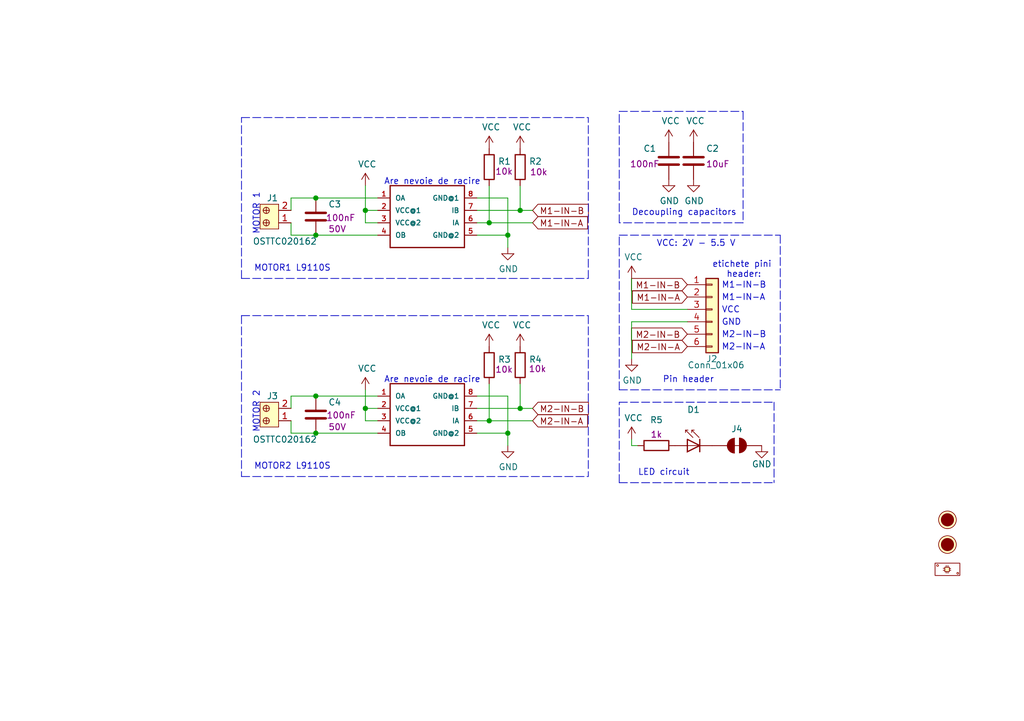
<source format=kicad_sch>
(kicad_sch (version 20211123) (generator eeschema)
  (paper "A5")
  (lib_symbols
    (symbol "GS_Local:C" (pin_numbers hide) (pin_names (offset 0.254))
      (property "Reference" "C" (at 0.635 2.54 0))
      (property "Value" "C" (at 0.635 -2.54 0))
      (symbol "C_0_1"
        (polyline (pts (xy -2.032 -0.762) (xy 2.032 -0.762)) (stroke (width 0.508)))
        (polyline (pts (xy -2.032 0.762) (xy 2.032 0.762)) (stroke (width 0.508)))
      )
      (symbol "C_1_1"
        (pin passive line (at 0 3.81 270) (length 2.794) (name "~") (number "1"))
        (pin passive line (at 0 -3.81 90) (length 2.794) (name "~") (number "2"))
      )
    )
    (symbol "GS_Local:Conn_01x06" (pin_names (offset 1.016) hide)
      (property "Reference" "J" (at 0 7.62 0))
      (property "Value" "Conn_01x06" (at 0 -10.16 0))
      (symbol "Conn_01x06_1_1"
        (rectangle (start -1.27 -7.493) (end 0 -7.747) (stroke (width 0.1524)))
        (rectangle (start -1.27 -4.953) (end 0 -5.207) (stroke (width 0.1524)))
        (rectangle (start -1.27 -2.413) (end 0 -2.667) (stroke (width 0.1524)))
        (rectangle (start -1.27 0.127) (end 0 -0.127) (stroke (width 0.1524)))
        (rectangle (start -1.27 2.667) (end 0 2.413) (stroke (width 0.1524)))
        (rectangle (start -1.27 5.207) (end 0 4.953) (stroke (width 0.1524)))
        (rectangle (start -1.27 6.35) (end 1.27 -8.89) (stroke (width 0.254)) (fill (type background)))
        (pin passive line (at -5.08 5.08 0) (length 3.81) (name "Pin_1") (number "1"))
        (pin passive line (at -5.08 2.54 0) (length 3.81) (name "Pin_2") (number "2"))
        (pin passive line (at -5.08 0 0) (length 3.81) (name "Pin_3") (number "3"))
        (pin passive line (at -5.08 -2.54 0) (length 3.81) (name "Pin_4") (number "4"))
        (pin passive line (at -5.08 -5.08 0) (length 3.81) (name "Pin_5") (number "5"))
        (pin passive line (at -5.08 -7.62 0) (length 3.81) (name "Pin_6") (number "6"))
      )
    )
    (symbol "GS_Local:DY-IR333C-A" (pin_numbers hide) (pin_names (offset 1.016) hide)
      (property "Reference" "D" (at 0.508 1.778 0))
      (property "Value" "DY-IR333C-A" (at -1.016 -2.794 0))
      (symbol "DY-IR333C-A_0_1"
        (polyline (pts (xy -2.54 1.27) (xy -2.54 -1.27)) (stroke (width 0.254)))
        (polyline (pts (xy 0 0) (xy -2.54 0)))
        (polyline (pts (xy 0.381 3.175) (xy -0.127 3.175)))
        (polyline (pts (xy -1.143 1.651) (xy 0.381 3.175) (xy 0.381 2.667)))
        (polyline (pts (xy 0 -1.27) (xy -2.54 0) (xy 0 1.27) (xy 0 -1.27)) (stroke (width 0.254)))
        (polyline (pts (xy -2.413 1.651) (xy -0.889 3.175) (xy -0.889 2.667) (xy -0.889 3.175) (xy -1.397 3.175)))
      )
      (symbol "DY-IR333C-A_1_1"
        (pin passive line (at -5.08 0 0) (length 2.54) (name "K") (number "1"))
        (pin passive line (at 2.54 0 180) (length 2.54) (name "A") (number "2"))
      )
    )
    (symbol "GS_Local:Fiducial" (pin_numbers hide) (pin_names (offset 0) hide)
      (property "Value" "Fiducial" (at 0 2.54 0))
      (symbol "Fiducial_0_1"
        (circle (center 0 0) (radius 1.27) (fill (type outline)))
        (circle (center 0 0) (radius 1.8034) (fill (type background)))
      )
    )
    (symbol "GS_Local:GND" (power) (pin_names (offset 0))
      (property "Value" "GND" (at 0 -3.81 0))
      (symbol "GND_0_1"
        (polyline (pts (xy 0 0) (xy 0 -1.27) (xy 1.27 -1.27) (xy 0 -2.54) (xy -1.27 -1.27) (xy 0 -1.27)))
      )
      (symbol "GND_1_1"
        (pin power_in line (at 0 0 270) (length 0) hide (name "GND") (number "1"))
      )
    )
    (symbol "GS_Local:L9110" (pin_names (offset 1.016))
      (symbol "L9110_0_0"
        (polyline (pts (xy -7.62 -5.08) (xy -7.62 7.62)) (stroke (width 0.254)))
        (polyline (pts (xy -7.62 7.62) (xy 7.62 7.62)) (stroke (width 0.254)))
        (polyline (pts (xy 7.62 -5.08) (xy -7.62 -5.08)) (stroke (width 0.254)))
        (polyline (pts (xy 7.62 7.62) (xy 7.62 -5.08)) (stroke (width 0.254)))
        (pin output line (at -10.16 5.08 0) (length 2.54) (name "OA") (number "1"))
        (pin power_in line (at -10.16 2.54 0) (length 2.54) (name "VCC@1") (number "2"))
        (pin power_in line (at -10.16 0 0) (length 2.54) (name "VCC@2") (number "3"))
        (pin output line (at -10.16 -2.54 0) (length 2.54) (name "OB") (number "4"))
        (pin power_in line (at 10.16 -2.54 180) (length 2.54) (name "GND@2") (number "5"))
        (pin input line (at 10.16 0 180) (length 2.54) (name "IA") (number "6"))
        (pin input line (at 10.16 2.54 180) (length 2.54) (name "IB") (number "7"))
        (pin power_in line (at 10.16 5.08 180) (length 2.54) (name "GND@1") (number "8"))
      )
    )
    (symbol "GS_Local:OSTTC020162" (pin_names (offset 1.016))
      (property "Reference" "J" (at -2.54 1.27 0))
      (property "Value" "OSTTC020162" (at 1.27 -2.54 0))
      (symbol "OSTTC020162_1_1"
        (rectangle (start -1.27 2.54) (end 3.81 -1.27) (fill (type background)))
        (polyline (pts (xy 0 0.635) (xy 0 -0.635)))
        (polyline (pts (xy 0.635 0) (xy -0.635 0)))
        (polyline (pts (xy 1.905 0) (xy 3.175 0)))
        (polyline (pts (xy 2.54 0.635) (xy 2.54 -0.635)))
        (circle (center 0 0) (radius 0.635))
        (circle (center 2.54 0) (radius 0.635))
        (pin passive line (at 0 5.08 270) (length 2.54) (name "~") (number "1"))
        (pin passive line (at 2.54 5.08 270) (length 2.54) (name "~") (number "2"))
      )
    )
    (symbol "GS_Local:PCB" (pin_names (offset 1.016))
      (symbol "PCB_0_1"
        (rectangle (start -2.54 1.27) (end 2.54 -1.27))
        (circle (center -2.032 0.7874) (radius 0.1778) (fill (type background)))
        (rectangle (start -0.5334 0.4318) (end 0.381 -0.4826) (fill (type background)))
        (polyline (pts (xy -0.254 -0.4826) (xy -0.254 -0.7874)))
        (polyline (pts (xy 0.1016 -0.5334) (xy 0.1016 -0.8128)))
        (polyline (pts (xy 0.381 0.1524) (xy 0.6604 0.1524)))
        (polyline (pts (xy 0.4064 -0.2032) (xy 0.6858 -0.2032)))
      )
      (symbol "PCB_1_1"
        (polyline (pts (xy -0.8636 -0.2032) (xy -0.5842 -0.2032)))
        (polyline (pts (xy -0.8636 0.2032) (xy -0.5842 0.2032)))
        (polyline (pts (xy -0.254 0.508) (xy -0.254 0.7874)))
        (polyline (pts (xy 0.1016 0.508) (xy 0.1016 0.7874)))
        (circle (center 2.1082 -0.8128) (radius 0.1778) (fill (type background)))
      )
    )
    (symbol "GS_Local:R" (pin_numbers hide) (pin_names (offset 0))
      (property "Reference" "R" (at 2.032 0 90))
      (property "Value" "R" (at 0 0 90))
      (symbol "R_0_1"
        (rectangle (start -1.016 -2.54) (end 1.016 2.54) (stroke (width 0.254)))
      )
      (symbol "R_1_1"
        (pin passive line (at 0 3.81 270) (length 1.27) (name "~") (number "1"))
        (pin passive line (at 0 -3.81 90) (length 1.27) (name "~") (number "2"))
      )
    )
    (symbol "GS_Local:SolderJumper_NC" (pin_numbers hide) (pin_names (offset 0) hide)
      (property "Reference" "J" (at 0 10.16 0))
      (property "Value" "SolderJumper_NC" (at 3.81 0 90))
      (symbol "SolderJumper_NC_0_1"
        (polyline (pts (xy 1.524 0.508) (xy -1.524 0.508)))
        (polyline (pts (xy 0 0.6604) (xy 0 -0.6096) (xy 0.0508 -0.7112)))
        (arc (start 1.4986 0.508) (mid -0.0254 1.982) (end -1.5494 0.508) (fill (type outline)))
      )
      (symbol "SolderJumper_NC_1_1"
        (arc (start -1.4986 -0.508) (mid 0.0254 -1.982) (end 1.5494 -0.508) (fill (type outline)))
        (polyline (pts (xy -1.524 -0.508) (xy 1.524 -0.508)))
        (pin passive line (at 0 5.08 270) (length 2.9972) (name "1") (number "1"))
        (pin passive line (at 0 -5.08 90) (length 2.9972) (name "2") (number "2"))
      )
    )
    (symbol "GS_Local:VCC" (power) (pin_names (offset 0))
      (property "Value" "VCC" (at 0 3.81 0))
      (symbol "VCC_0_1"
        (polyline (pts (xy -0.762 1.27) (xy 0 2.54)))
        (polyline (pts (xy 0 0) (xy 0 2.54)))
        (polyline (pts (xy 0 2.54) (xy 0.762 1.27)))
      )
      (symbol "VCC_1_1"
        (pin power_in line (at 0 0 90) (length 0) hide (name "VCC") (number "1"))
      )
    )
    (symbol "OSTTC020162_1" (pin_names (offset 1.016))
      (property "Reference" "J" (at -2.54 1.27 0))
      (property "Value" "OSTTC020162_1" (at 1.27 -2.54 0))
      (symbol "OSTTC020162_1_1_1"
        (rectangle (start -1.27 2.54) (end 3.81 -1.27) (fill (type background)))
        (polyline (pts (xy 0 0.635) (xy 0 -0.635)))
        (polyline (pts (xy 0.635 0) (xy -0.635 0)))
        (polyline (pts (xy 1.905 0) (xy 3.175 0)))
        (polyline (pts (xy 2.54 0.635) (xy 2.54 -0.635)))
        (circle (center 0 0) (radius 0.635))
        (circle (center 2.54 0) (radius 0.635))
        (pin passive line (at 0 5.08 270) (length 2.54) (name "~") (number "1"))
        (pin passive line (at 2.54 5.08 270) (length 2.54) (name "~") (number "2"))
      )
    )
    (symbol "OSTTC020162_2" (pin_names (offset 1.016))
      (property "Reference" "J" (at -2.54 1.27 0))
      (property "Value" "OSTTC020162_2" (at 1.27 -2.54 0))
      (symbol "OSTTC020162_2_1_1"
        (rectangle (start -1.27 2.54) (end 3.81 -1.27) (fill (type background)))
        (polyline (pts (xy 0 0.635) (xy 0 -0.635)))
        (polyline (pts (xy 0.635 0) (xy -0.635 0)))
        (polyline (pts (xy 1.905 0) (xy 3.175 0)))
        (polyline (pts (xy 2.54 0.635) (xy 2.54 -0.635)))
        (circle (center 0 0) (radius 0.635))
        (circle (center 2.54 0) (radius 0.635))
        (pin passive line (at 0 5.08 270) (length 2.54) (name "~") (number "1"))
        (pin passive line (at 2.54 5.08 270) (length 2.54) (name "~") (number "2"))
      )
    )
  )
  (junction (at 64.77 81.28))
  (junction (at 74.93 83.82))
  (junction (at 100.33 86.36))
  (junction (at 104.14 88.9))
  (junction (at 106.68 83.82))
  (junction (at 104.14 48.26))
  (junction (at 64.77 40.64))
  (junction (at 64.77 48.26))
  (junction (at 100.33 45.72))
  (junction (at 64.77 88.9))
  (junction (at 106.68 43.18))
  (junction (at 74.93 43.18))
  (polyline (pts (xy 127 99.06) (xy 158.75 99.06)))
  (polyline (pts (xy 49.53 57.15) (xy 120.65 57.15)))
  (wire (pts (xy 74.93 43.18) (xy 77.47 43.18)))
  (wire (pts (xy 129.54 66.04) (xy 129.54 73.66)))
  (wire (pts (xy 97.79 43.18) (xy 106.68 43.18)))
  (polyline (pts (xy 49.53 64.77) (xy 49.53 97.79)))
  (wire (pts (xy 64.77 48.26) (xy 77.47 48.26)))
  (polyline (pts (xy 49.53 24.13) (xy 120.65 24.13)))
  (wire (pts (xy 74.93 83.82) (xy 74.93 86.36)))
  (wire (pts (xy 104.14 40.64) (xy 104.14 48.26)))
  (wire (pts (xy 104.14 48.26) (xy 104.14 50.8)))
  (wire (pts (xy 100.33 86.36) (xy 109.22 86.36)))
  (wire (pts (xy 104.14 88.9) (xy 104.14 91.44)))
  (wire (pts (xy 59.69 83.82) (xy 59.69 81.28)))
  (polyline (pts (xy 49.53 57.15) (xy 49.53 24.13)))
  (polyline (pts (xy 127 48.26) (xy 160.02 48.26)))
  (polyline (pts (xy 49.53 64.77) (xy 120.65 64.77)))
  (wire (pts (xy 129.54 91.44) (xy 130.81 91.44)))
  (polyline (pts (xy 49.53 97.79) (xy 120.65 97.79)))
  (wire (pts (xy 97.79 45.72) (xy 100.33 45.72)))
  (wire (pts (xy 100.33 45.72) (xy 109.22 45.72)))
  (wire (pts (xy 59.69 48.26) (xy 64.77 48.26)))
  (wire (pts (xy 129.54 57.15) (xy 129.54 63.5)))
  (polyline (pts (xy 127 22.86) (xy 152.4 22.86)))
  (wire (pts (xy 106.68 83.82) (xy 106.68 78.74)))
  (wire (pts (xy 100.33 38.1) (xy 100.33 45.72)))
  (polyline (pts (xy 127 82.55) (xy 158.75 82.55)))
  (wire (pts (xy 104.14 81.28) (xy 104.14 88.9)))
  (wire (pts (xy 97.79 40.64) (xy 104.14 40.64)))
  (wire (pts (xy 140.97 66.04) (xy 129.54 66.04)))
  (wire (pts (xy 97.79 86.36) (xy 100.33 86.36)))
  (wire (pts (xy 77.47 83.82) (xy 74.93 83.82)))
  (wire (pts (xy 59.69 43.18) (xy 59.69 40.64)))
  (wire (pts (xy 64.77 81.28) (xy 77.47 81.28)))
  (wire (pts (xy 97.79 81.28) (xy 104.14 81.28)))
  (wire (pts (xy 74.93 80.01) (xy 74.93 83.82)))
  (wire (pts (xy 64.77 40.64) (xy 77.47 40.64)))
  (wire (pts (xy 97.79 88.9) (xy 104.14 88.9)))
  (polyline (pts (xy 152.4 22.86) (xy 152.4 45.72)))
  (polyline (pts (xy 152.4 45.72) (xy 127 45.72)))
  (polyline (pts (xy 160.02 48.26) (xy 160.02 80.01)))
  (wire (pts (xy 100.33 86.36) (xy 100.33 78.74)))
  (wire (pts (xy 97.79 83.82) (xy 106.68 83.82)))
  (wire (pts (xy 74.93 38.1) (xy 74.93 43.18)))
  (polyline (pts (xy 127 45.72) (xy 127 22.86)))
  (polyline (pts (xy 120.65 57.15) (xy 120.65 24.13)))
  (wire (pts (xy 74.93 45.72) (xy 77.47 45.72)))
  (polyline (pts (xy 158.75 82.55) (xy 158.75 99.06)))
  (wire (pts (xy 74.93 86.36) (xy 77.47 86.36)))
  (wire (pts (xy 64.77 88.9) (xy 77.47 88.9)))
  (wire (pts (xy 129.54 90.17) (xy 129.54 91.44)))
  (polyline (pts (xy 127 80.01) (xy 160.02 80.01)))
  (wire (pts (xy 106.68 43.18) (xy 109.22 43.18)))
  (wire (pts (xy 106.68 38.1) (xy 106.68 43.18)))
  (wire (pts (xy 59.69 86.36) (xy 59.69 88.9)))
  (polyline (pts (xy 120.65 64.77) (xy 120.65 97.79)))
  (wire (pts (xy 74.93 43.18) (xy 74.93 45.72)))
  (wire (pts (xy 97.79 48.26) (xy 104.14 48.26)))
  (wire (pts (xy 59.69 81.28) (xy 64.77 81.28)))
  (polyline (pts (xy 127 99.06) (xy 127 82.55)))
  (wire (pts (xy 59.69 45.72) (xy 59.69 48.26)))
  (wire (pts (xy 59.69 88.9) (xy 64.77 88.9)))
  (wire (pts (xy 129.54 63.5) (xy 140.97 63.5)))
  (wire (pts (xy 59.69 40.64) (xy 64.77 40.64)))
  (wire (pts (xy 106.68 83.82) (xy 109.22 83.82)))
  (polyline (pts (xy 127 80.01) (xy 127 48.26)))
  (text "VCC\n" (at 147.9804 64.4398 0) (effects (font (size 1.27 1.27)) (justify left bottom)))
  (text "MOTOR2 L9110S" (at 52.07 96.52 0) (effects (font (size 1.27 1.27)) (justify left bottom)))
  (text "Are nevoie de racire" (at 78.74 38.1 0) (effects (font (size 1.27 1.27)) (justify left bottom)))
  (text "Decoupling capacitors\n" (at 129.54 44.45 0) (effects (font (size 1.27 1.27)) (justify left bottom)))
  (text "M1-IN-B" (at 147.9804 59.3598 0) (effects (font (size 1.27 1.27)) (justify left bottom)))
  (text "GND" (at 147.9804 66.9798 0) (effects (font (size 1.27 1.27)) (justify left bottom)))
  (text "VCC: 2V - 5.5 V" (at 134.62 50.8 0) (effects (font (size 1.27 1.27)) (justify left bottom)))
  (text "M2-IN-B" (at 147.9804 69.5198 0) (effects (font (size 1.27 1.27)) (justify left bottom)))
  (text "MOTOR1 L9110S" (at 52.07 55.88 0) (effects (font (size 1.27 1.27)) (justify left bottom)))
  (text "LED circuit" (at 130.81 97.79 0) (effects (font (size 1.27 1.27)) (justify left bottom)))
  (text "M1-IN-A" (at 147.9804 61.8998 0) (effects (font (size 1.27 1.27)) (justify left bottom)))
  (text "Are nevoie de racire" (at 78.74 78.74 0) (effects (font (size 1.27 1.27)) (justify left bottom)))
  (text "MOTOR 1\n" (at 53.34 48.26 90) (effects (font (size 1.27 1.27)) (justify left bottom)))
  (text "M2-IN-A" (at 147.9804 72.0598 0) (effects (font (size 1.27 1.27)) (justify left bottom)))
  (text "MOTOR 2\n" (at 53.34 88.9 90) (effects (font (size 1.27 1.27)) (justify left bottom)))
  (text "Pin header" (at 135.89 78.74 0) (effects (font (size 1.27 1.27)) (justify left bottom)))
  (text "etichete pini\n   header:" (at 146.05 57.15 0) (effects (font (size 1.27 1.27)) (justify left bottom)))
  (global_label "M2-IN-A" (shape input) (at 140.97 71.12 180) (property "Intersheet References" "${INTERSHEET_REFS}" (effects hide)))
  (global_label "M1-IN-A" (shape input) (at 140.97 60.96 180) (property "Intersheet References" "${INTERSHEET_REFS}" (effects hide)))
  (global_label "M2-IN-B" (shape input) (at 140.97 68.58 180) (property "Intersheet References" "${INTERSHEET_REFS}" (effects hide)))
  (global_label "M2-IN-A" (shape input) (at 109.22 86.36 0) (property "Intersheet References" "${INTERSHEET_REFS}" (effects hide)))
  (global_label "M2-IN-B" (shape input) (at 109.22 83.82 0) (property "Intersheet References" "${INTERSHEET_REFS}" (effects hide)))
  (global_label "M1-IN-B" (shape input) (at 109.22 43.18 0) (property "Intersheet References" "${INTERSHEET_REFS}" (effects hide)))
  (global_label "M1-IN-B" (shape input) (at 140.97 58.42 180) (property "Intersheet References" "${INTERSHEET_REFS}" (effects hide)))
  (global_label "M1-IN-A" (shape input) (at 109.22 45.72 0) (property "Intersheet References" "${INTERSHEET_REFS}" (effects hide)))
  (symbol (lib_id "GS_Local:L9110") (at 87.63 45.72 0) (unit 1)
    (property "Reference" "U1" (effects hide))
    (property "Value" "L9110" (effects hide))
    (property "Footprint" "GS_Local:SOIC-8_3.9x4.9mm_P1.27mm" (effects hide))
    (property "Datasheet" "https://datasheet.lcsc.com/szlcsc/2005131032_Wuxi-I-core-Elec-L9110S_C85174.pdf" (effects hide))
    (property "MPN" "L9110S" (effects hide))
    (property "LCSC" "C85174" (effects hide))
    (property "Descript" "SOP-8_150mil Motor Drivers RoHS" (effects hide))
  )
  (symbol (lib_id "GS_Local:L9110") (at 87.63 86.36 0) (unit 1)
    (property "Reference" "U2" (effects hide))
    (property "Value" "L9110" (effects hide))
    (property "Footprint" "GS_Local:SOIC-8_3.9x4.9mm_P1.27mm" (effects hide))
    (property "Datasheet" "https://datasheet.lcsc.com/szlcsc/2005131032_Wuxi-I-core-Elec-L9110S_C85174.pdf" (effects hide))
    (property "MPN" "L9110S" (effects hide))
    (property "LCSC" "C85174" (effects hide))
    (property "Descript" "SOP-8_150mil Motor Drivers RoHS" (effects hide))
  )
  (symbol (lib_id "GS_Local:Conn_01x06") (at 146.05 63.5 0) (unit 1)
    (property "Reference" "J2" (at 144.78 73.66 0) (effects (justify left)))
    (property "Value" "Conn_01x06" (at 140.97 74.93 0) (effects (justify left)))
    (property "Footprint" "GS_Local:PinHeader_1x06_P2.54mm_Vertical_Male" (effects hide))
    (property "Datasheet" "https://datasheet.lcsc.com/szlcsc/1810312320_BOOMELE-Boom-Precision-Elec-C37208_C37208.pdf" (effects hide))
    (property "MPN" "C37208" (effects hide))
    (property "LCSC" "C37208" (effects hide))
  )
  (symbol (lib_id "GS_Local:VCC") (at 74.93 38.1 0) (unit 1)
    (property "Reference" "#PWR0101" (effects hide))
    (property "Value" "VCC" (at 75.311 33.7058 0))
  )
  (symbol (lib_id "GS_Local:GND") (at 104.14 91.44 0) (unit 1)
    (property "Reference" "#PWR0102" (effects hide))
    (property "Value" "GND" (at 104.267 95.8342 0))
  )
  (symbol (lib_id "GS_Local:GND") (at 104.14 50.8 0) (unit 1)
    (property "Reference" "#PWR0103" (effects hide))
    (property "Value" "GND" (at 104.267 55.1942 0))
  )
  (symbol (lib_id "GS_Local:VCC") (at 74.93 80.01 0) (unit 1)
    (property "Reference" "#PWR0104" (effects hide))
    (property "Value" "VCC" (at 75.311 75.6158 0))
  )
  (symbol (lib_id "GS_Local:R") (at 134.62 91.44 270) (unit 1)
    (property "Reference" "R5" (at 134.62 86.1822 90))
    (property "Value" "R_0402_1k" (effects hide))
    (property "Footprint" "GS_Local:R_0402" (effects hide))
    (property "Datasheet" "https://datasheet.lcsc.com/szlcsc/1811141734_FH-Guangdong-Fenghua-Advanced-Tech-RC-02W1001FT_C226166.pdf" (effects hide))
    (property "MPN" "RC-02W1001FT" (effects hide))
    (property "LCSC" "C226166" (effects hide))
    (property "Resistance" "1k" (at 134.62 89.154 90))
  )
  (symbol (lib_id "GS_Local:R") (at 100.33 34.29 180) (unit 1)
    (property "Reference" "R1" (at 102.108 33.1216 0) (effects (justify right)))
    (property "Value" "R_0402_10k" (effects hide))
    (property "Footprint" "GS_Local:R_0402" (effects hide))
    (property "Datasheet" "https://datasheet.lcsc.com/szlcsc/1811091923_UNI-ROYAL-Uniroyal-Elec-0402WGJ0103TCE_C25531.pdf" (effects hide))
    (property "MPN" "0402WGJ0103TCE" (effects hide))
    (property "LCSC" "C25531" (effects hide))
    (property "Descript" "±5% 1/16W ±100ppm/℃ 0402 Chip Resistor - Surface Mount RoHS" (effects hide))
    (property "Resistance" "10k" (at 103.378 35.179 0))
  )
  (symbol (lib_id "GS_Local:R") (at 106.68 34.29 180) (unit 1)
    (property "Reference" "R2" (at 108.458 33.1216 0) (effects (justify right)))
    (property "Value" "R_0402_10k" (effects hide))
    (property "Footprint" "GS_Local:R_0402" (effects hide))
    (property "Datasheet" "https://datasheet.lcsc.com/szlcsc/1811091923_UNI-ROYAL-Uniroyal-Elec-0402WGJ0103TCE_C25531.pdf" (effects hide))
    (property "MPN" "0402WGJ0103TCE" (effects hide))
    (property "LCSC" "C25531" (effects hide))
    (property "Descript" "±5% 1/16W ±100ppm/℃ 0402 Chip Resistor - Surface Mount RoHS" (effects hide))
    (property "Resistance" "10k" (at 110.49 35.306 0))
  )
  (symbol (lib_id "GS_Local:R") (at 100.33 74.93 180) (unit 1)
    (property "Reference" "R3" (at 102.108 73.7616 0) (effects (justify right)))
    (property "Value" "R_0402_10k" (effects hide))
    (property "Footprint" "GS_Local:R_0402" (effects hide))
    (property "Datasheet" "https://datasheet.lcsc.com/szlcsc/1811091923_UNI-ROYAL-Uniroyal-Elec-0402WGJ0103TCE_C25531.pdf" (effects hide))
    (property "MPN" "0402WGJ0103TCE" (effects hide))
    (property "LCSC" "C25531" (effects hide))
    (property "Descript" "±5% 1/16W ±100ppm/℃ 0402 Chip Resistor - Surface Mount RoHS" (effects hide))
    (property "Resistance" "10k" (at 103.378 75.819 0))
  )
  (symbol (lib_id "GS_Local:R") (at 106.68 74.93 180) (unit 1)
    (property "Reference" "R4" (at 108.458 73.7616 0) (effects (justify right)))
    (property "Value" "R_0402_10k" (effects hide))
    (property "Footprint" "GS_Local:R_0402" (effects hide))
    (property "Datasheet" "https://datasheet.lcsc.com/szlcsc/1811091923_UNI-ROYAL-Uniroyal-Elec-0402WGJ0103TCE_C25531.pdf" (effects hide))
    (property "MPN" "0402WGJ0103TCE" (effects hide))
    (property "LCSC" "C25531" (effects hide))
    (property "Descript" "±5% 1/16W ±100ppm/℃ 0402 Chip Resistor - Surface Mount RoHS" (effects hide))
    (property "Resistance" "10k" (at 110.236 75.692 0))
  )
  (symbol (lib_id "GS_Local:VCC") (at 100.33 30.48 0) (unit 1)
    (property "Reference" "#PWR0105" (effects hide))
    (property "Value" "VCC" (at 100.711 26.0858 0))
  )
  (symbol (lib_id "GS_Local:VCC") (at 106.68 30.48 0) (unit 1)
    (property "Reference" "#PWR0106" (effects hide))
    (property "Value" "VCC" (at 107.061 26.0858 0))
  )
  (symbol (lib_id "GS_Local:VCC") (at 100.33 71.12 0) (unit 1)
    (property "Reference" "#PWR0107" (effects hide))
    (property "Value" "VCC" (at 100.711 66.7258 0))
  )
  (symbol (lib_id "GS_Local:VCC") (at 106.68 71.12 0) (unit 1)
    (property "Reference" "#PWR0108" (effects hide))
    (property "Value" "VCC" (at 107.061 66.7258 0))
  )
  (symbol (lib_id "GS_Local:GND") (at 129.54 73.66 0) (unit 1)
    (property "Reference" "#PWR0109" (effects hide))
    (property "Value" "GND" (at 129.667 78.0542 0))
  )
  (symbol (lib_id "GS_Local:VCC") (at 129.54 57.15 0) (unit 1)
    (property "Reference" "#PWR0110" (effects hide))
    (property "Value" "VCC" (at 129.921 52.7558 0))
  )
  (symbol (lib_id "GS_Local:DY-IR333C-A") (at 140.97 91.44 0) (mirror y) (unit 1)
    (property "Reference" "D1" (at 142.24 84.074 0))
    (property "Value" "LED_0402_RED" (effects hide))
    (property "Footprint" "GS_Local:LED_0402" (effects hide))
    (property "Datasheet" "https://datasheet.lcsc.com/szlcsc/2009251739_TUOZHAN-TZ-P2-0402RTIA1-0-45T_C779449.pdf" (effects hide))
    (property "MPN" "TZ-P2-0402RTIA1-0.45T" (effects hide))
    (property "LCSC" "C779449" (effects hide))
    (property "Led" "RED" (effects hide))
  )
  (symbol (lib_id "GS_Local:VCC") (at 129.54 90.17 0) (unit 1)
    (property "Reference" "#PWR0111" (effects hide))
    (property "Value" "VCC" (at 129.921 85.7758 0))
  )
  (symbol (lib_id "GS_Local:GND") (at 156.21 91.44 0) (unit 1)
    (property "Reference" "#PWR0112" (effects hide))
    (property "Value" "GND" (at 156.21 95.25 0))
  )
  (symbol (lib_name "OSTTC020162_1") (lib_id "GS_Local:OSTTC020162") (at 54.61 45.72 270) (mirror x) (unit 1)
    (property "Reference" "J1" (at 55.88 40.64 90))
    (property "Value" "OSTTC020162" (at 58.42 49.53 90))
    (property "Footprint" "GS_Local:WJ126V-5.0-2P" (effects hide))
    (property "Datasheet" "https://datasheet.lcsc.com/szlcsc/1912251633_Ningbo-Kangnex-Elec-WJ126V-5-0-2P_C8404.pdf" (effects hide))
    (property "MPN" "WJ126V-5.0-2P" (effects hide))
    (property "LCSC" "C8404" (effects hide))
    (property "Description" "TERM BLK 2POS SIDE ENTRY 5MM PCB" (effects hide))
  )
  (symbol (lib_name "OSTTC020162_2") (lib_id "GS_Local:OSTTC020162") (at 54.61 86.36 270) (mirror x) (unit 1)
    (property "Reference" "J3" (at 55.88 81.28 90))
    (property "Value" "OSTTC020162" (at 58.42 90.17 90))
    (property "Footprint" "GS_Local:WJ126V-5.0-2P" (effects hide))
    (property "Datasheet" "https://datasheet.lcsc.com/szlcsc/1912251633_Ningbo-Kangnex-Elec-WJ126V-5-0-2P_C8404.pdf" (effects hide))
    (property "MPN" "WJ126V-5.0-2P" (effects hide))
    (property "LCSC" "C8404" (effects hide))
    (property "Description" "TERM BLK 2POS SIDE ENTRY 5MM PCB" (effects hide))
  )
  (symbol (lib_id "GS_Local:C") (at 64.77 44.45 0) (unit 1)
    (property "Reference" "C3" (at 67.31 41.91 0) (effects (justify left)))
    (property "Value" "C_0603_100nF_50V" (effects hide))
    (property "Footprint" "GS_Local:C_0603" (effects hide))
    (property "Datasheet" "https://datasheet.lcsc.com/szlcsc/1811151136_Walsin-Tech-Corp-0603B104K160CT_C80516.pdf" (effects hide))
    (property "MPN" "TCC0603X7R104K500CT" (effects hide))
    (property "LCSC" "C282519" (effects hide))
    (property "Rated voltage" "50V" (at 67.31 46.99 0) (effects (justify left)))
    (property "Capacitance" "100nF" (at 69.85 44.704 0))
  )
  (symbol (lib_id "GS_Local:C") (at 64.77 85.09 0) (unit 1)
    (property "Reference" "C4" (at 67.31 82.55 0) (effects (justify left)))
    (property "Value" "C_0603_100nF_50V" (effects hide))
    (property "Footprint" "GS_Local:C_0603" (effects hide))
    (property "Datasheet" "https://datasheet.lcsc.com/szlcsc/1811151136_Walsin-Tech-Corp-0603B104K160CT_C80516.pdf" (effects hide))
    (property "MPN" "TCC0603X7R104K500CT" (effects hide))
    (property "LCSC" "C282519" (effects hide))
    (property "Rated voltage" "50V" (at 67.31 87.63 0) (effects (justify left)))
    (property "Capacitance" "100nF" (at 69.977 85.217 0))
  )
  (symbol (lib_id "GS_Local:C") (at 142.24 33.02 0) (unit 1)
    (property "Reference" "C2" (at 144.78 30.48 0) (effects (justify left)))
    (property "Value" "C_1206_10uF_25V" (effects hide))
    (property "Footprint" "GS_Local:C_1206" (effects hide))
    (property "Datasheet" "https://datasheet.lcsc.com/szlcsc/1810221112_Samsung-Electro-Mechanics-CL31B106KAHNNNE_C14860.pdf" (effects hide))
    (property "MPN" "CL31B106KAHNNNE" (effects hide))
    (property "LCSC" "C14860" (effects hide))
    (property "Rated voltage" "25V" (effects hide))
    (property "Capacitance" "10uF" (at 147.193 33.655 0))
  )
  (symbol (lib_id "GS_Local:C") (at 137.16 33.02 0) (mirror x) (unit 1)
    (property "Reference" "C1" (at 134.62 30.48 0) (effects (justify right)))
    (property "Value" "C_0603_100nF_50V" (effects hide))
    (property "Footprint" "GS_Local:C_0603" (effects hide))
    (property "Datasheet" "https://datasheet.lcsc.com/szlcsc/1811151136_Walsin-Tech-Corp-0603B104K160CT_C80516.pdf" (effects hide))
    (property "MPN" "TCC0603X7R104K500CT" (effects hide))
    (property "LCSC" "C282519" (effects hide))
    (property "Rated voltage" "50V" (effects hide))
    (property "Capacitance " "100nF" (at 132.207 33.655 0))
  )
  (symbol (lib_id "GS_Local:VCC") (at 137.16 29.21 0) (unit 1)
    (property "Reference" "#PWR0113" (effects hide))
    (property "Value" "VCC" (at 137.541 24.8158 0))
  )
  (symbol (lib_id "GS_Local:VCC") (at 142.24 29.21 0) (unit 1)
    (property "Reference" "#PWR0114" (effects hide))
    (property "Value" "VCC" (at 142.621 24.8158 0))
  )
  (symbol (lib_id "GS_Local:GND") (at 137.16 36.83 0) (unit 1)
    (property "Reference" "#PWR0115" (effects hide))
    (property "Value" "GND" (at 137.287 41.2242 0))
  )
  (symbol (lib_id "GS_Local:GND") (at 142.24 36.83 0) (unit 1)
    (property "Reference" "#PWR0116" (effects hide))
    (property "Value" "GND" (at 142.367 41.2242 0))
  )
  (symbol (lib_id "GS_Local:Fiducial") (at 194.31 111.76 0) (unit 1)
    (property "Reference" "FID2" (effects hide))
    (property "Value" "Fiducial" (effects hide))
    (property "Footprint" "GS_Local:Fiducial_0.75mm_Mask1.5mm" (effects hide))
  )
  (symbol (lib_id "GS_Local:Fiducial") (at 194.31 106.68 0) (unit 1)
    (property "Reference" "FID1" (effects hide))
    (property "Value" "Fiducial" (effects hide))
    (property "Footprint" "GS_Local:Fiducial_0.75mm_Mask1.5mm" (effects hide))
  )
  (symbol (lib_id "GS_Local:PCB") (at 194.31 116.84 0) (unit 1)
    (property "Reference" "P1" (effects hide))
    (property "Value" "PCB" (effects hide))
    (property "MPN" "BCRRQI_GS_PCB" (effects hide))
  )
  (symbol (lib_id "GS_Local:SolderJumper_NC") (at 151.13 91.44 270) (unit 1)
    (property "Reference" "J4" (at 151.13 88.0364 90))
    (property "Value" "PWR LED DISABLE" (effects hide))
    (property "Footprint" "GS_Local:SolderJumper_NC" (effects hide))
  )
)
</source>
